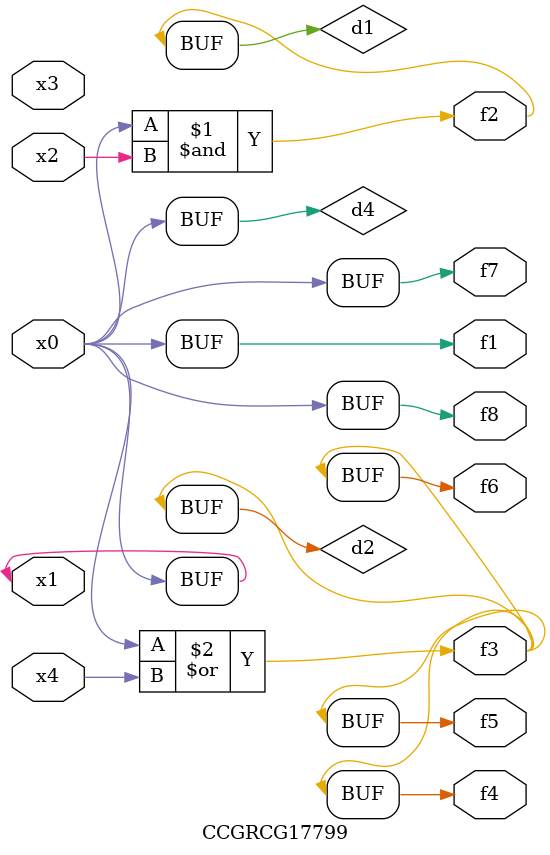
<source format=v>
module CCGRCG17799(
	input x0, x1, x2, x3, x4,
	output f1, f2, f3, f4, f5, f6, f7, f8
);

	wire d1, d2, d3, d4;

	and (d1, x0, x2);
	or (d2, x0, x4);
	nand (d3, x0, x2);
	buf (d4, x0, x1);
	assign f1 = d4;
	assign f2 = d1;
	assign f3 = d2;
	assign f4 = d2;
	assign f5 = d2;
	assign f6 = d2;
	assign f7 = d4;
	assign f8 = d4;
endmodule

</source>
